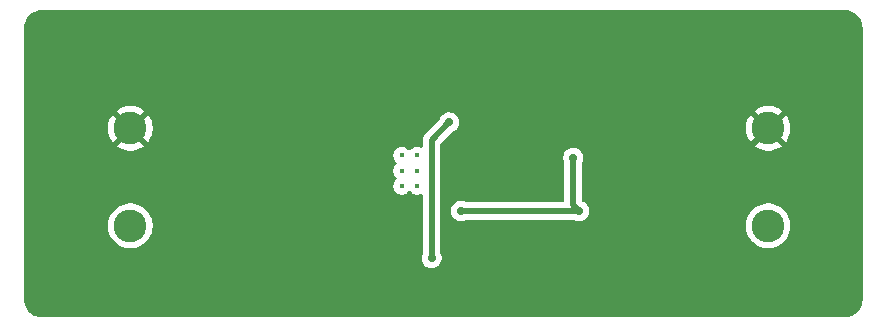
<source format=gbl>
%TF.GenerationSoftware,KiCad,Pcbnew,9.0.4*%
%TF.CreationDate,2025-09-24T03:04:27+03:00*%
%TF.ProjectId,TPS54331DDAR_Buck_converter,54505335-3433-4333-9144-4441525f4275,rev?*%
%TF.SameCoordinates,Original*%
%TF.FileFunction,Copper,L2,Bot*%
%TF.FilePolarity,Positive*%
%FSLAX46Y46*%
G04 Gerber Fmt 4.6, Leading zero omitted, Abs format (unit mm)*
G04 Created by KiCad (PCBNEW 9.0.4) date 2025-09-24 03:04:27*
%MOMM*%
%LPD*%
G01*
G04 APERTURE LIST*
%TA.AperFunction,ComponentPad*%
%ADD10C,2.775000*%
%TD*%
%TA.AperFunction,ComponentPad*%
%ADD11C,0.430000*%
%TD*%
%TA.AperFunction,ViaPad*%
%ADD12C,0.700000*%
%TD*%
%TA.AperFunction,Conductor*%
%ADD13C,0.500000*%
%TD*%
G04 APERTURE END LIST*
D10*
%TO.P,J2,1,Pin_1*%
%TO.N,GND*%
X158500000Y-73500000D03*
%TO.P,J2,2,Pin_2*%
%TO.N,VOUT*%
X158500000Y-81750000D03*
%TD*%
D11*
%TO.P,U1,10*%
%TO.N,N/C*%
X127475000Y-75795000D03*
%TO.P,U1,11*%
X128775000Y-75795000D03*
%TO.P,U1,12*%
X127475000Y-77095000D03*
%TO.P,U1,13*%
X128775000Y-77095000D03*
%TO.P,U1,14*%
X127475000Y-78395000D03*
%TO.P,U1,15*%
X128775000Y-78395000D03*
%TD*%
D10*
%TO.P,J1,1,Pin_1*%
%TO.N,VIN*%
X104500000Y-81750000D03*
%TO.P,J1,2,Pin_2*%
%TO.N,GND*%
X104500000Y-73500000D03*
%TD*%
D12*
%TO.N,Net-(U1-PH)*%
X131500000Y-73000000D03*
X130000000Y-84500000D03*
%TO.N,GND*%
X137000000Y-73500000D03*
X144000000Y-74000000D03*
X147000000Y-74500000D03*
X128500000Y-80500000D03*
X134000000Y-73500000D03*
X140500000Y-73500000D03*
X120500000Y-73500000D03*
X128000000Y-82000000D03*
X141000000Y-70000000D03*
X116000000Y-74000000D03*
%TO.N,/VFB*%
X142500000Y-80500000D03*
X132500000Y-80500000D03*
X142000000Y-76000000D03*
%TD*%
D13*
%TO.N,Net-(U1-PH)*%
X130000000Y-74500000D02*
X131500000Y-73000000D01*
X130000000Y-84500000D02*
X130000000Y-74500000D01*
%TO.N,/VFB*%
X142500000Y-80500000D02*
X132500000Y-80500000D01*
X142000000Y-80000000D02*
X142500000Y-80500000D01*
X142000000Y-76000000D02*
X142000000Y-80000000D01*
%TD*%
%TA.AperFunction,Conductor*%
%TO.N,GND*%
G36*
X165004418Y-63500816D02*
G01*
X165204561Y-63515130D01*
X165222063Y-63517647D01*
X165413797Y-63559355D01*
X165430755Y-63564334D01*
X165614609Y-63632909D01*
X165630701Y-63640259D01*
X165802904Y-63734288D01*
X165817784Y-63743849D01*
X165974867Y-63861441D01*
X165988237Y-63873027D01*
X166126972Y-64011762D01*
X166138558Y-64025132D01*
X166256146Y-64182210D01*
X166265711Y-64197095D01*
X166359740Y-64369298D01*
X166367090Y-64385390D01*
X166435662Y-64569236D01*
X166440646Y-64586212D01*
X166482351Y-64777931D01*
X166484869Y-64795442D01*
X166499184Y-64995580D01*
X166499500Y-65004427D01*
X166499500Y-87995572D01*
X166499184Y-88004419D01*
X166484869Y-88204557D01*
X166482351Y-88222068D01*
X166440646Y-88413787D01*
X166435662Y-88430763D01*
X166367090Y-88614609D01*
X166359740Y-88630701D01*
X166265711Y-88802904D01*
X166256146Y-88817789D01*
X166138558Y-88974867D01*
X166126972Y-88988237D01*
X165988237Y-89126972D01*
X165974867Y-89138558D01*
X165817789Y-89256146D01*
X165802904Y-89265711D01*
X165630701Y-89359740D01*
X165614609Y-89367090D01*
X165430763Y-89435662D01*
X165413787Y-89440646D01*
X165222068Y-89482351D01*
X165204557Y-89484869D01*
X165023779Y-89497799D01*
X165004417Y-89499184D01*
X164995572Y-89499500D01*
X97004428Y-89499500D01*
X96995582Y-89499184D01*
X96973622Y-89497613D01*
X96795442Y-89484869D01*
X96777931Y-89482351D01*
X96586212Y-89440646D01*
X96569236Y-89435662D01*
X96385390Y-89367090D01*
X96369298Y-89359740D01*
X96197095Y-89265711D01*
X96182210Y-89256146D01*
X96025132Y-89138558D01*
X96011762Y-89126972D01*
X95873027Y-88988237D01*
X95861441Y-88974867D01*
X95743849Y-88817784D01*
X95734288Y-88802904D01*
X95640259Y-88630701D01*
X95632909Y-88614609D01*
X95572091Y-88451551D01*
X95564334Y-88430755D01*
X95559355Y-88413797D01*
X95517647Y-88222063D01*
X95515130Y-88204556D01*
X95500816Y-88004418D01*
X95500500Y-87995572D01*
X95500500Y-81626260D01*
X102612000Y-81626260D01*
X102612000Y-81873739D01*
X102612001Y-81873756D01*
X102644303Y-82119117D01*
X102708361Y-82358184D01*
X102803069Y-82586829D01*
X102803074Y-82586840D01*
X102926812Y-82801159D01*
X102926823Y-82801175D01*
X103077479Y-82997514D01*
X103077485Y-82997521D01*
X103252478Y-83172514D01*
X103252484Y-83172519D01*
X103448833Y-83323183D01*
X103448840Y-83323187D01*
X103663159Y-83446925D01*
X103663164Y-83446927D01*
X103663167Y-83446929D01*
X103891820Y-83541640D01*
X104130879Y-83605696D01*
X104376254Y-83638000D01*
X104376261Y-83638000D01*
X104623739Y-83638000D01*
X104623746Y-83638000D01*
X104869121Y-83605696D01*
X105108180Y-83541640D01*
X105336833Y-83446929D01*
X105551167Y-83323183D01*
X105747516Y-83172519D01*
X105922519Y-82997516D01*
X106073183Y-82801167D01*
X106196929Y-82586833D01*
X106291640Y-82358180D01*
X106355696Y-82119121D01*
X106388000Y-81873746D01*
X106388000Y-81626254D01*
X106355696Y-81380879D01*
X106291640Y-81141820D01*
X106196929Y-80913167D01*
X106196927Y-80913164D01*
X106196925Y-80913159D01*
X106073187Y-80698840D01*
X106073183Y-80698833D01*
X105984893Y-80583771D01*
X105922520Y-80502485D01*
X105922514Y-80502478D01*
X105747521Y-80327485D01*
X105747514Y-80327479D01*
X105551175Y-80176823D01*
X105551173Y-80176821D01*
X105551167Y-80176817D01*
X105551162Y-80176814D01*
X105551159Y-80176812D01*
X105336840Y-80053074D01*
X105336829Y-80053069D01*
X105108184Y-79958361D01*
X104869117Y-79894303D01*
X104623756Y-79862001D01*
X104623751Y-79862000D01*
X104623746Y-79862000D01*
X104376254Y-79862000D01*
X104376248Y-79862000D01*
X104376243Y-79862001D01*
X104130882Y-79894303D01*
X103891815Y-79958361D01*
X103663170Y-80053069D01*
X103663159Y-80053074D01*
X103448840Y-80176812D01*
X103448824Y-80176823D01*
X103252485Y-80327479D01*
X103252478Y-80327485D01*
X103077485Y-80502478D01*
X103077479Y-80502485D01*
X102926823Y-80698824D01*
X102926812Y-80698840D01*
X102803074Y-80913159D01*
X102803069Y-80913170D01*
X102708361Y-81141815D01*
X102644303Y-81380882D01*
X102612001Y-81626243D01*
X102612000Y-81626260D01*
X95500500Y-81626260D01*
X95500500Y-75724524D01*
X126759500Y-75724524D01*
X126759500Y-75865475D01*
X126786994Y-76003696D01*
X126786996Y-76003704D01*
X126840930Y-76133913D01*
X126840935Y-76133922D01*
X126919234Y-76251104D01*
X126919237Y-76251108D01*
X127023202Y-76355073D01*
X127021870Y-76356404D01*
X127056261Y-76406909D01*
X127058122Y-76476753D01*
X127023007Y-76534732D01*
X127023202Y-76534927D01*
X127022410Y-76535718D01*
X127021927Y-76536517D01*
X127019565Y-76538563D01*
X126919237Y-76638891D01*
X126919234Y-76638895D01*
X126840935Y-76756077D01*
X126840930Y-76756086D01*
X126786996Y-76886295D01*
X126786994Y-76886303D01*
X126759500Y-77024524D01*
X126759500Y-77165475D01*
X126786994Y-77303696D01*
X126786996Y-77303704D01*
X126840930Y-77433913D01*
X126840935Y-77433922D01*
X126919234Y-77551104D01*
X126919237Y-77551108D01*
X127023202Y-77655073D01*
X127021870Y-77656404D01*
X127056261Y-77706909D01*
X127058122Y-77776753D01*
X127023007Y-77834732D01*
X127023202Y-77834927D01*
X127022410Y-77835718D01*
X127021927Y-77836517D01*
X127019565Y-77838563D01*
X126919237Y-77938891D01*
X126919234Y-77938895D01*
X126840935Y-78056077D01*
X126840930Y-78056086D01*
X126786996Y-78186295D01*
X126786994Y-78186303D01*
X126759500Y-78324524D01*
X126759500Y-78465475D01*
X126786994Y-78603696D01*
X126786996Y-78603704D01*
X126840930Y-78733913D01*
X126840935Y-78733922D01*
X126919234Y-78851104D01*
X126919237Y-78851108D01*
X127018891Y-78950762D01*
X127018895Y-78950765D01*
X127136077Y-79029064D01*
X127136083Y-79029067D01*
X127136084Y-79029068D01*
X127266296Y-79083004D01*
X127404524Y-79110499D01*
X127404528Y-79110500D01*
X127404529Y-79110500D01*
X127545472Y-79110500D01*
X127545473Y-79110499D01*
X127683704Y-79083004D01*
X127813916Y-79029068D01*
X127931105Y-78950765D01*
X127949500Y-78932370D01*
X128035073Y-78846798D01*
X128036407Y-78848132D01*
X128086887Y-78813744D01*
X128156732Y-78811871D01*
X128214737Y-78846987D01*
X128214927Y-78846798D01*
X128215698Y-78847569D01*
X128216502Y-78848056D01*
X128218562Y-78850433D01*
X128318891Y-78950762D01*
X128318895Y-78950765D01*
X128436077Y-79029064D01*
X128436083Y-79029067D01*
X128436084Y-79029068D01*
X128566296Y-79083004D01*
X128704524Y-79110499D01*
X128704528Y-79110500D01*
X128704529Y-79110500D01*
X128845472Y-79110500D01*
X128845473Y-79110499D01*
X128983704Y-79083004D01*
X129078048Y-79043924D01*
X129147516Y-79036456D01*
X129209995Y-79067731D01*
X129245648Y-79127819D01*
X129249500Y-79158486D01*
X129249500Y-84064739D01*
X129240061Y-84112192D01*
X129182184Y-84251917D01*
X129182182Y-84251925D01*
X129149500Y-84416228D01*
X129149500Y-84583771D01*
X129182182Y-84748074D01*
X129182184Y-84748082D01*
X129246295Y-84902860D01*
X129339373Y-85042162D01*
X129457837Y-85160626D01*
X129550494Y-85222537D01*
X129597137Y-85253703D01*
X129751918Y-85317816D01*
X129916228Y-85350499D01*
X129916232Y-85350500D01*
X129916233Y-85350500D01*
X130083768Y-85350500D01*
X130083769Y-85350499D01*
X130248082Y-85317816D01*
X130402863Y-85253703D01*
X130542162Y-85160626D01*
X130660626Y-85042162D01*
X130753703Y-84902863D01*
X130817816Y-84748082D01*
X130850500Y-84583767D01*
X130850500Y-84416233D01*
X130817816Y-84251918D01*
X130759938Y-84112191D01*
X130750500Y-84064739D01*
X130750500Y-81626260D01*
X156612000Y-81626260D01*
X156612000Y-81873739D01*
X156612001Y-81873756D01*
X156644303Y-82119117D01*
X156708361Y-82358184D01*
X156803069Y-82586829D01*
X156803074Y-82586840D01*
X156926812Y-82801159D01*
X156926823Y-82801175D01*
X157077479Y-82997514D01*
X157077485Y-82997521D01*
X157252478Y-83172514D01*
X157252484Y-83172519D01*
X157448833Y-83323183D01*
X157448840Y-83323187D01*
X157663159Y-83446925D01*
X157663164Y-83446927D01*
X157663167Y-83446929D01*
X157891820Y-83541640D01*
X158130879Y-83605696D01*
X158376254Y-83638000D01*
X158376261Y-83638000D01*
X158623739Y-83638000D01*
X158623746Y-83638000D01*
X158869121Y-83605696D01*
X159108180Y-83541640D01*
X159336833Y-83446929D01*
X159551167Y-83323183D01*
X159747516Y-83172519D01*
X159922519Y-82997516D01*
X160073183Y-82801167D01*
X160196929Y-82586833D01*
X160291640Y-82358180D01*
X160355696Y-82119121D01*
X160388000Y-81873746D01*
X160388000Y-81626254D01*
X160355696Y-81380879D01*
X160291640Y-81141820D01*
X160196929Y-80913167D01*
X160196927Y-80913164D01*
X160196925Y-80913159D01*
X160073187Y-80698840D01*
X160073183Y-80698833D01*
X159984893Y-80583771D01*
X159922520Y-80502485D01*
X159922514Y-80502478D01*
X159747521Y-80327485D01*
X159747514Y-80327479D01*
X159551175Y-80176823D01*
X159551173Y-80176821D01*
X159551167Y-80176817D01*
X159551162Y-80176814D01*
X159551159Y-80176812D01*
X159336840Y-80053074D01*
X159336829Y-80053069D01*
X159108184Y-79958361D01*
X158869117Y-79894303D01*
X158623756Y-79862001D01*
X158623751Y-79862000D01*
X158623746Y-79862000D01*
X158376254Y-79862000D01*
X158376248Y-79862000D01*
X158376243Y-79862001D01*
X158130882Y-79894303D01*
X157891815Y-79958361D01*
X157663170Y-80053069D01*
X157663159Y-80053074D01*
X157448840Y-80176812D01*
X157448824Y-80176823D01*
X157252485Y-80327479D01*
X157252478Y-80327485D01*
X157077485Y-80502478D01*
X157077479Y-80502485D01*
X156926823Y-80698824D01*
X156926812Y-80698840D01*
X156803074Y-80913159D01*
X156803069Y-80913170D01*
X156708361Y-81141815D01*
X156644303Y-81380882D01*
X156612001Y-81626243D01*
X156612000Y-81626260D01*
X130750500Y-81626260D01*
X130750500Y-80416228D01*
X131649500Y-80416228D01*
X131649500Y-80583771D01*
X131682182Y-80748074D01*
X131682184Y-80748082D01*
X131746295Y-80902860D01*
X131839373Y-81042162D01*
X131957837Y-81160626D01*
X132050494Y-81222537D01*
X132097137Y-81253703D01*
X132251918Y-81317816D01*
X132416228Y-81350499D01*
X132416232Y-81350500D01*
X132416233Y-81350500D01*
X132583768Y-81350500D01*
X132583769Y-81350499D01*
X132748082Y-81317816D01*
X132887808Y-81259938D01*
X132935261Y-81250500D01*
X142064739Y-81250500D01*
X142112191Y-81259938D01*
X142251918Y-81317816D01*
X142416228Y-81350499D01*
X142416232Y-81350500D01*
X142416233Y-81350500D01*
X142583768Y-81350500D01*
X142583769Y-81350499D01*
X142748082Y-81317816D01*
X142902863Y-81253703D01*
X143042162Y-81160626D01*
X143160626Y-81042162D01*
X143253703Y-80902863D01*
X143317816Y-80748082D01*
X143350500Y-80583767D01*
X143350500Y-80416233D01*
X143317816Y-80251918D01*
X143253703Y-80097137D01*
X143222537Y-80050494D01*
X143160626Y-79957837D01*
X143042162Y-79839373D01*
X142902862Y-79746296D01*
X142827046Y-79714892D01*
X142772643Y-79671050D01*
X142750579Y-79604756D01*
X142750500Y-79600331D01*
X142750500Y-76435261D01*
X142759939Y-76387808D01*
X142782902Y-76332370D01*
X142817816Y-76248082D01*
X142850500Y-76083767D01*
X142850500Y-75916233D01*
X142817816Y-75751918D01*
X142753703Y-75597137D01*
X142685154Y-75494546D01*
X142660626Y-75457837D01*
X142542162Y-75339373D01*
X142402860Y-75246295D01*
X142248082Y-75182184D01*
X142248074Y-75182182D01*
X142083771Y-75149500D01*
X142083767Y-75149500D01*
X141916233Y-75149500D01*
X141916228Y-75149500D01*
X141751925Y-75182182D01*
X141751917Y-75182184D01*
X141597139Y-75246295D01*
X141457837Y-75339373D01*
X141339373Y-75457837D01*
X141246295Y-75597139D01*
X141182184Y-75751917D01*
X141182182Y-75751925D01*
X141149500Y-75916228D01*
X141149500Y-76083771D01*
X141182182Y-76248074D01*
X141182184Y-76248082D01*
X141240061Y-76387808D01*
X141249500Y-76435261D01*
X141249500Y-79625500D01*
X141229815Y-79692539D01*
X141177011Y-79738294D01*
X141125500Y-79749500D01*
X132935261Y-79749500D01*
X132887808Y-79740061D01*
X132748082Y-79682184D01*
X132748074Y-79682182D01*
X132583771Y-79649500D01*
X132583767Y-79649500D01*
X132416233Y-79649500D01*
X132416228Y-79649500D01*
X132251925Y-79682182D01*
X132251917Y-79682184D01*
X132097139Y-79746295D01*
X131957837Y-79839373D01*
X131839373Y-79957837D01*
X131746295Y-80097139D01*
X131682184Y-80251917D01*
X131682182Y-80251925D01*
X131649500Y-80416228D01*
X130750500Y-80416228D01*
X130750500Y-74862228D01*
X130770185Y-74795189D01*
X130786815Y-74774551D01*
X131722907Y-73838458D01*
X131763130Y-73811582D01*
X131902863Y-73753703D01*
X132042162Y-73660626D01*
X132160626Y-73542162D01*
X132253703Y-73402863D01*
X132264715Y-73376279D01*
X156612500Y-73376279D01*
X156612500Y-73623720D01*
X156644795Y-73869014D01*
X156644797Y-73869025D01*
X156708834Y-74108018D01*
X156708837Y-74108028D01*
X156803518Y-74336607D01*
X156803523Y-74336618D01*
X156927229Y-74550881D01*
X156927235Y-74550889D01*
X157000315Y-74646129D01*
X157691497Y-73954947D01*
X157781505Y-74089653D01*
X157910347Y-74218495D01*
X158045051Y-74308501D01*
X157353869Y-74999683D01*
X157449110Y-75072764D01*
X157449118Y-75072770D01*
X157663381Y-75196476D01*
X157663392Y-75196481D01*
X157891971Y-75291162D01*
X157891981Y-75291165D01*
X158130974Y-75355202D01*
X158130985Y-75355204D01*
X158376279Y-75387499D01*
X158376294Y-75387500D01*
X158623706Y-75387500D01*
X158623720Y-75387499D01*
X158869014Y-75355204D01*
X158869025Y-75355202D01*
X159108018Y-75291165D01*
X159108028Y-75291162D01*
X159336607Y-75196481D01*
X159336618Y-75196476D01*
X159550881Y-75072770D01*
X159550899Y-75072758D01*
X159646129Y-74999684D01*
X159646129Y-74999682D01*
X158954948Y-74308501D01*
X159089653Y-74218495D01*
X159218495Y-74089653D01*
X159308501Y-73954948D01*
X159999682Y-74646129D01*
X159999684Y-74646129D01*
X160072758Y-74550899D01*
X160072770Y-74550881D01*
X160196476Y-74336618D01*
X160196481Y-74336607D01*
X160291162Y-74108028D01*
X160291165Y-74108018D01*
X160355202Y-73869025D01*
X160355204Y-73869014D01*
X160387499Y-73623720D01*
X160387500Y-73623706D01*
X160387500Y-73376293D01*
X160387499Y-73376279D01*
X160355204Y-73130985D01*
X160355202Y-73130974D01*
X160291165Y-72891981D01*
X160291162Y-72891971D01*
X160196481Y-72663392D01*
X160196476Y-72663381D01*
X160072770Y-72449118D01*
X160072764Y-72449110D01*
X159999683Y-72353869D01*
X159308501Y-73045051D01*
X159218495Y-72910347D01*
X159089653Y-72781505D01*
X158954948Y-72691497D01*
X159646129Y-72000315D01*
X159550889Y-71927235D01*
X159550881Y-71927229D01*
X159336618Y-71803523D01*
X159336607Y-71803518D01*
X159108028Y-71708837D01*
X159108018Y-71708834D01*
X158869025Y-71644797D01*
X158869014Y-71644795D01*
X158623720Y-71612500D01*
X158376279Y-71612500D01*
X158130985Y-71644795D01*
X158130974Y-71644797D01*
X157891981Y-71708834D01*
X157891971Y-71708837D01*
X157663392Y-71803518D01*
X157663381Y-71803523D01*
X157449118Y-71927229D01*
X157449101Y-71927240D01*
X157353869Y-72000314D01*
X157353869Y-72000315D01*
X158045051Y-72691497D01*
X157910347Y-72781505D01*
X157781505Y-72910347D01*
X157691497Y-73045051D01*
X157000315Y-72353869D01*
X157000314Y-72353869D01*
X156927240Y-72449101D01*
X156927229Y-72449118D01*
X156803523Y-72663381D01*
X156803518Y-72663392D01*
X156708837Y-72891971D01*
X156708834Y-72891981D01*
X156644797Y-73130974D01*
X156644795Y-73130985D01*
X156612500Y-73376279D01*
X132264715Y-73376279D01*
X132317816Y-73248082D01*
X132350500Y-73083767D01*
X132350500Y-72916233D01*
X132317816Y-72751918D01*
X132253703Y-72597137D01*
X132222537Y-72550494D01*
X132160626Y-72457837D01*
X132042162Y-72339373D01*
X131902860Y-72246295D01*
X131748082Y-72182184D01*
X131748074Y-72182182D01*
X131686253Y-72169885D01*
X131583771Y-72149500D01*
X131583767Y-72149500D01*
X131416233Y-72149500D01*
X131416228Y-72149500D01*
X131251925Y-72182182D01*
X131251917Y-72182184D01*
X131097139Y-72246295D01*
X130957837Y-72339373D01*
X130839373Y-72457837D01*
X130746295Y-72597139D01*
X130688419Y-72736864D01*
X130661539Y-72777092D01*
X129417050Y-74021580D01*
X129417044Y-74021588D01*
X129367812Y-74095268D01*
X129367813Y-74095269D01*
X129334921Y-74144496D01*
X129334914Y-74144508D01*
X129278342Y-74281086D01*
X129278340Y-74281092D01*
X129249500Y-74426079D01*
X129249500Y-75031513D01*
X129229815Y-75098552D01*
X129177011Y-75144307D01*
X129107853Y-75154251D01*
X129078048Y-75146074D01*
X128983708Y-75106997D01*
X128983696Y-75106994D01*
X128845475Y-75079500D01*
X128845471Y-75079500D01*
X128704529Y-75079500D01*
X128704524Y-75079500D01*
X128566303Y-75106994D01*
X128566295Y-75106996D01*
X128436086Y-75160930D01*
X128436077Y-75160935D01*
X128318895Y-75239234D01*
X128318891Y-75239237D01*
X128214927Y-75343202D01*
X128213595Y-75341870D01*
X128163091Y-75376261D01*
X128093247Y-75378122D01*
X128035267Y-75343007D01*
X128035073Y-75343202D01*
X128034281Y-75342410D01*
X128033483Y-75341927D01*
X128031436Y-75339565D01*
X127931108Y-75239237D01*
X127931104Y-75239234D01*
X127813922Y-75160935D01*
X127813913Y-75160930D01*
X127683704Y-75106996D01*
X127683696Y-75106994D01*
X127545475Y-75079500D01*
X127545471Y-75079500D01*
X127404529Y-75079500D01*
X127404524Y-75079500D01*
X127266303Y-75106994D01*
X127266295Y-75106996D01*
X127136086Y-75160930D01*
X127136077Y-75160935D01*
X127018895Y-75239234D01*
X127018891Y-75239237D01*
X126919237Y-75338891D01*
X126919234Y-75338895D01*
X126840935Y-75456077D01*
X126840930Y-75456086D01*
X126786996Y-75586295D01*
X126786994Y-75586303D01*
X126759500Y-75724524D01*
X95500500Y-75724524D01*
X95500500Y-73376279D01*
X102612500Y-73376279D01*
X102612500Y-73623720D01*
X102644795Y-73869014D01*
X102644797Y-73869025D01*
X102708834Y-74108018D01*
X102708837Y-74108028D01*
X102803518Y-74336607D01*
X102803523Y-74336618D01*
X102927229Y-74550881D01*
X102927235Y-74550889D01*
X103000315Y-74646129D01*
X103691497Y-73954947D01*
X103781505Y-74089653D01*
X103910347Y-74218495D01*
X104045051Y-74308501D01*
X103353869Y-74999683D01*
X103449110Y-75072764D01*
X103449118Y-75072770D01*
X103663381Y-75196476D01*
X103663392Y-75196481D01*
X103891971Y-75291162D01*
X103891981Y-75291165D01*
X104130974Y-75355202D01*
X104130985Y-75355204D01*
X104376279Y-75387499D01*
X104376294Y-75387500D01*
X104623706Y-75387500D01*
X104623720Y-75387499D01*
X104869014Y-75355204D01*
X104869025Y-75355202D01*
X105108018Y-75291165D01*
X105108028Y-75291162D01*
X105336607Y-75196481D01*
X105336618Y-75196476D01*
X105550881Y-75072770D01*
X105550899Y-75072758D01*
X105646129Y-74999684D01*
X105646129Y-74999682D01*
X104954948Y-74308501D01*
X105089653Y-74218495D01*
X105218495Y-74089653D01*
X105308501Y-73954948D01*
X105999682Y-74646129D01*
X105999684Y-74646129D01*
X106072758Y-74550899D01*
X106072770Y-74550881D01*
X106196476Y-74336618D01*
X106196481Y-74336607D01*
X106291162Y-74108028D01*
X106291165Y-74108018D01*
X106355202Y-73869025D01*
X106355204Y-73869014D01*
X106387499Y-73623720D01*
X106387500Y-73623706D01*
X106387500Y-73376293D01*
X106387499Y-73376279D01*
X106355204Y-73130985D01*
X106355202Y-73130974D01*
X106291165Y-72891981D01*
X106291162Y-72891971D01*
X106196481Y-72663392D01*
X106196476Y-72663381D01*
X106072770Y-72449118D01*
X106072764Y-72449110D01*
X105999683Y-72353869D01*
X105308501Y-73045051D01*
X105218495Y-72910347D01*
X105089653Y-72781505D01*
X104954948Y-72691497D01*
X105646129Y-72000315D01*
X105550889Y-71927235D01*
X105550881Y-71927229D01*
X105336618Y-71803523D01*
X105336607Y-71803518D01*
X105108028Y-71708837D01*
X105108018Y-71708834D01*
X104869025Y-71644797D01*
X104869014Y-71644795D01*
X104623720Y-71612500D01*
X104376279Y-71612500D01*
X104130985Y-71644795D01*
X104130974Y-71644797D01*
X103891981Y-71708834D01*
X103891971Y-71708837D01*
X103663392Y-71803518D01*
X103663381Y-71803523D01*
X103449118Y-71927229D01*
X103449101Y-71927240D01*
X103353869Y-72000314D01*
X103353869Y-72000315D01*
X104045051Y-72691497D01*
X103910347Y-72781505D01*
X103781505Y-72910347D01*
X103691498Y-73045051D01*
X103000315Y-72353869D01*
X103000314Y-72353869D01*
X102927240Y-72449101D01*
X102927229Y-72449118D01*
X102803523Y-72663381D01*
X102803518Y-72663392D01*
X102708837Y-72891971D01*
X102708834Y-72891981D01*
X102644797Y-73130974D01*
X102644795Y-73130985D01*
X102612500Y-73376279D01*
X95500500Y-73376279D01*
X95500500Y-65004427D01*
X95500816Y-64995581D01*
X95515130Y-64795443D01*
X95515131Y-64795434D01*
X95517646Y-64777938D01*
X95559356Y-64586199D01*
X95564333Y-64569248D01*
X95632911Y-64385385D01*
X95640259Y-64369298D01*
X95702815Y-64254734D01*
X95734291Y-64197089D01*
X95743845Y-64182221D01*
X95861448Y-64025123D01*
X95873020Y-64011769D01*
X96011769Y-63873020D01*
X96025123Y-63861448D01*
X96182221Y-63743845D01*
X96197089Y-63734291D01*
X96369298Y-63640258D01*
X96385385Y-63632911D01*
X96569248Y-63564333D01*
X96586199Y-63559356D01*
X96777938Y-63517646D01*
X96795436Y-63515130D01*
X96995582Y-63500816D01*
X97004428Y-63500500D01*
X97065892Y-63500500D01*
X164934108Y-63500500D01*
X164995572Y-63500500D01*
X165004418Y-63500816D01*
G37*
%TD.AperFunction*%
%TD*%
M02*

</source>
